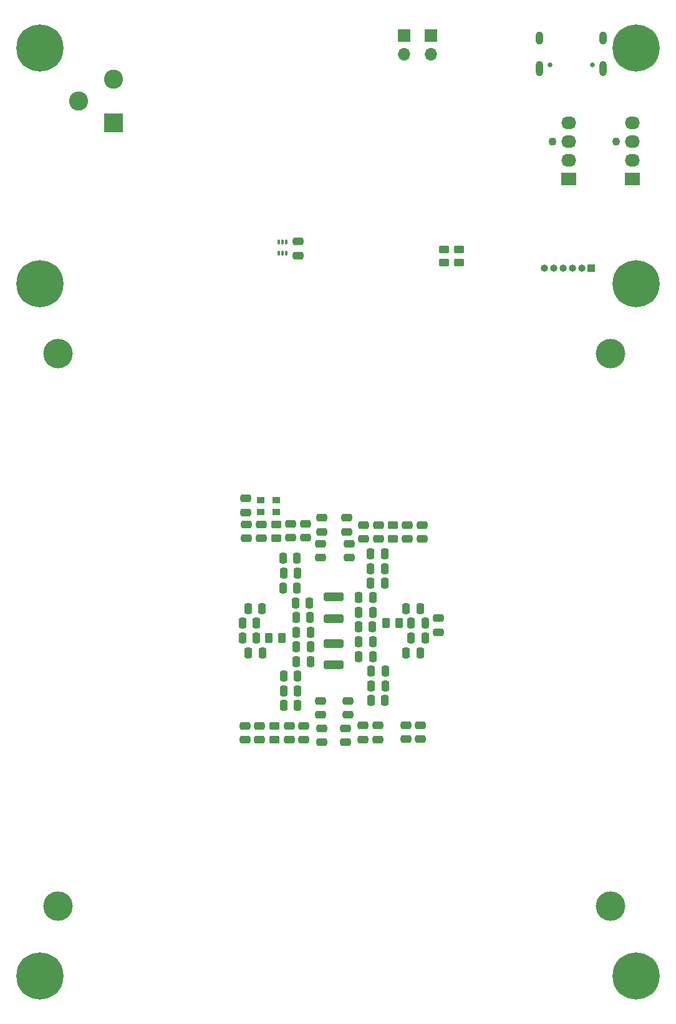
<source format=gbs>
G04 #@! TF.GenerationSoftware,KiCad,Pcbnew,7.0.7-7.0.7~ubuntu22.04.1*
G04 #@! TF.CreationDate,2024-03-04T08:54:28+01:00*
G04 #@! TF.ProjectId,qaxe,71617865-2e6b-4696-9361-645f70636258,rev?*
G04 #@! TF.SameCoordinates,Original*
G04 #@! TF.FileFunction,Soldermask,Bot*
G04 #@! TF.FilePolarity,Negative*
%FSLAX46Y46*%
G04 Gerber Fmt 4.6, Leading zero omitted, Abs format (unit mm)*
G04 Created by KiCad (PCBNEW 7.0.7-7.0.7~ubuntu22.04.1) date 2024-03-04 08:54:28*
%MOMM*%
%LPD*%
G01*
G04 APERTURE LIST*
G04 Aperture macros list*
%AMRoundRect*
0 Rectangle with rounded corners*
0 $1 Rounding radius*
0 $2 $3 $4 $5 $6 $7 $8 $9 X,Y pos of 4 corners*
0 Add a 4 corners polygon primitive as box body*
4,1,4,$2,$3,$4,$5,$6,$7,$8,$9,$2,$3,0*
0 Add four circle primitives for the rounded corners*
1,1,$1+$1,$2,$3*
1,1,$1+$1,$4,$5*
1,1,$1+$1,$6,$7*
1,1,$1+$1,$8,$9*
0 Add four rect primitives between the rounded corners*
20,1,$1+$1,$2,$3,$4,$5,0*
20,1,$1+$1,$4,$5,$6,$7,0*
20,1,$1+$1,$6,$7,$8,$9,0*
20,1,$1+$1,$8,$9,$2,$3,0*%
G04 Aperture macros list end*
%ADD10C,0.800000*%
%ADD11C,6.400000*%
%ADD12C,4.000000*%
%ADD13R,1.700000X1.700000*%
%ADD14O,1.700000X1.700000*%
%ADD15R,1.000000X1.000000*%
%ADD16O,1.000000X1.000000*%
%ADD17C,1.100000*%
%ADD18R,2.030000X1.730000*%
%ADD19O,2.030000X1.730000*%
%ADD20R,2.600000X2.600000*%
%ADD21C,2.600000*%
%ADD22C,0.650000*%
%ADD23O,1.000000X2.100000*%
%ADD24O,1.000000X1.800000*%
%ADD25RoundRect,0.250000X0.250000X0.475000X-0.250000X0.475000X-0.250000X-0.475000X0.250000X-0.475000X0*%
%ADD26RoundRect,0.250000X0.475000X-0.250000X0.475000X0.250000X-0.475000X0.250000X-0.475000X-0.250000X0*%
%ADD27RoundRect,0.250000X-0.475000X0.250000X-0.475000X-0.250000X0.475000X-0.250000X0.475000X0.250000X0*%
%ADD28RoundRect,0.250000X0.262500X0.450000X-0.262500X0.450000X-0.262500X-0.450000X0.262500X-0.450000X0*%
%ADD29RoundRect,0.250000X-0.262500X-0.450000X0.262500X-0.450000X0.262500X0.450000X-0.262500X0.450000X0*%
%ADD30RoundRect,0.250000X-0.250000X-0.475000X0.250000X-0.475000X0.250000X0.475000X-0.250000X0.475000X0*%
%ADD31RoundRect,0.250000X-0.450000X0.262500X-0.450000X-0.262500X0.450000X-0.262500X0.450000X0.262500X0*%
%ADD32R,1.000000X0.900000*%
%ADD33RoundRect,0.250000X1.100000X-0.325000X1.100000X0.325000X-1.100000X0.325000X-1.100000X-0.325000X0*%
%ADD34RoundRect,0.250000X0.450000X-0.262500X0.450000X0.262500X-0.450000X0.262500X-0.450000X-0.262500X0*%
%ADD35RoundRect,0.250000X-1.100000X0.325000X-1.100000X-0.325000X1.100000X-0.325000X1.100000X0.325000X0*%
%ADD36RoundRect,0.050000X0.100000X-0.285000X0.100000X0.285000X-0.100000X0.285000X-0.100000X-0.285000X0*%
G04 APERTURE END LIST*
D10*
X52600000Y-43000000D03*
X53302944Y-41302944D03*
X53302944Y-44697056D03*
X55000000Y-40600000D03*
D11*
X55000000Y-43000000D03*
D10*
X55000000Y-45400000D03*
X56697056Y-41302944D03*
X56697056Y-44697056D03*
X57400000Y-43000000D03*
D12*
X132500000Y-159500000D03*
D13*
X108100000Y-41325000D03*
D14*
X108100000Y-43865000D03*
D15*
X129875000Y-72900000D03*
D16*
X128605000Y-72900000D03*
X127335000Y-72900000D03*
X126065000Y-72900000D03*
X124795000Y-72900000D03*
X123525000Y-72900000D03*
D17*
X133303000Y-55740000D03*
D18*
X135463000Y-60820000D03*
D19*
X135463000Y-58280000D03*
X135463000Y-55740000D03*
X135463000Y-53200000D03*
D12*
X57500000Y-159500000D03*
D13*
X104500000Y-41325000D03*
D14*
X104500000Y-43865000D03*
D12*
X57500000Y-84500000D03*
D10*
X133600000Y-43000000D03*
X134302944Y-41302944D03*
X134302944Y-44697056D03*
X136000000Y-40600000D03*
D11*
X136000000Y-43000000D03*
D10*
X136000000Y-45400000D03*
X137697056Y-41302944D03*
X137697056Y-44697056D03*
X138400000Y-43000000D03*
D12*
X132500000Y-84500000D03*
D10*
X133600000Y-169000000D03*
X134302944Y-167302944D03*
X134302944Y-170697056D03*
X136000000Y-166600000D03*
D11*
X136000000Y-169000000D03*
D10*
X136000000Y-171400000D03*
X137697056Y-167302944D03*
X137697056Y-170697056D03*
X138400000Y-169000000D03*
X52600000Y-75000000D03*
X53302944Y-73302944D03*
X53302944Y-76697056D03*
X55000000Y-72600000D03*
D11*
X55000000Y-75000000D03*
D10*
X55000000Y-77400000D03*
X56697056Y-73302944D03*
X56697056Y-76697056D03*
X57400000Y-75000000D03*
D17*
X124667000Y-55740000D03*
D18*
X126827000Y-60820000D03*
D19*
X126827000Y-58280000D03*
X126827000Y-55740000D03*
X126827000Y-53200000D03*
D10*
X133600000Y-75000000D03*
X134302944Y-73302944D03*
X134302944Y-76697056D03*
X136000000Y-72600000D03*
D11*
X136000000Y-75000000D03*
D10*
X136000000Y-77400000D03*
X137697056Y-73302944D03*
X137697056Y-76697056D03*
X138400000Y-75000000D03*
D20*
X65000000Y-53200000D03*
D21*
X65000000Y-47200000D03*
X60300000Y-50200000D03*
D22*
X130090000Y-45305000D03*
X124310000Y-45305000D03*
D23*
X131520000Y-45805000D03*
D24*
X131520000Y-41625000D03*
D23*
X122880000Y-45805000D03*
D24*
X122880000Y-41625000D03*
D10*
X52600000Y-169000000D03*
X53302944Y-167302944D03*
X53302944Y-170697056D03*
X55000000Y-166600000D03*
D11*
X55000000Y-169000000D03*
D10*
X55000000Y-171400000D03*
X56697056Y-167302944D03*
X56697056Y-170697056D03*
X57400000Y-169000000D03*
D25*
X91760000Y-126310000D03*
X89860000Y-126310000D03*
X106650000Y-125100000D03*
X104750000Y-125100000D03*
D26*
X101000000Y-109650000D03*
X101000000Y-107750000D03*
X96500000Y-137250000D03*
X96500000Y-135350000D03*
D27*
X93300000Y-135350000D03*
X93300000Y-137250000D03*
D25*
X91650000Y-118325000D03*
X89750000Y-118325000D03*
D27*
X90043000Y-69281000D03*
X90043000Y-71181000D03*
X104900000Y-107750000D03*
X104900000Y-109650000D03*
D28*
X87925000Y-123100000D03*
X86100000Y-123100000D03*
D25*
X90000000Y-130270000D03*
X88100000Y-130270000D03*
D27*
X88875000Y-135000000D03*
X88875000Y-136900000D03*
D26*
X83100000Y-109575000D03*
X83100000Y-107675000D03*
D29*
X101987500Y-121100000D03*
X103812500Y-121100000D03*
D30*
X105450000Y-123100000D03*
X107350000Y-123100000D03*
X99920000Y-113670000D03*
X101820000Y-113670000D03*
X99950000Y-131600000D03*
X101850000Y-131600000D03*
X100000000Y-127600000D03*
X101900000Y-127600000D03*
X99920000Y-115670000D03*
X101820000Y-115670000D03*
D25*
X84450000Y-121100000D03*
X82550000Y-121100000D03*
D27*
X93100000Y-131650000D03*
X93100000Y-133550000D03*
D26*
X100900000Y-136875000D03*
X100900000Y-134975000D03*
X104700000Y-136850000D03*
X104700000Y-134950000D03*
X109100000Y-122300000D03*
X109100000Y-120400000D03*
D25*
X91700000Y-120325000D03*
X89800000Y-120325000D03*
D31*
X86875000Y-135037500D03*
X86875000Y-136862500D03*
D30*
X83300000Y-119100000D03*
X85200000Y-119100000D03*
D26*
X98900000Y-136875000D03*
X98900000Y-134975000D03*
D30*
X83350000Y-125100000D03*
X85250000Y-125100000D03*
D25*
X91750000Y-124325000D03*
X89850000Y-124325000D03*
D27*
X93300000Y-106800000D03*
X93300000Y-108700000D03*
D30*
X98310000Y-119610000D03*
X100210000Y-119610000D03*
D25*
X89950000Y-116300000D03*
X88050000Y-116300000D03*
X90000000Y-114300000D03*
X88100000Y-114300000D03*
D26*
X96900000Y-133550000D03*
X96900000Y-131650000D03*
D27*
X83000000Y-104175000D03*
X83000000Y-106075000D03*
D26*
X106900000Y-109650000D03*
X106900000Y-107750000D03*
D30*
X98310000Y-117630000D03*
X100210000Y-117630000D03*
D27*
X91100000Y-107575000D03*
X91100000Y-109475000D03*
D30*
X98310000Y-125610000D03*
X100210000Y-125610000D03*
D26*
X98990000Y-109650000D03*
X98990000Y-107750000D03*
D32*
X84975000Y-104425000D03*
X87125000Y-104425000D03*
X87125000Y-105975000D03*
X84975000Y-105975000D03*
D30*
X99920000Y-111670000D03*
X101820000Y-111670000D03*
X100000000Y-129600000D03*
X101900000Y-129600000D03*
D25*
X106650000Y-119100000D03*
X104750000Y-119100000D03*
D33*
X94900000Y-126775000D03*
X94900000Y-123825000D03*
D34*
X111900000Y-72162500D03*
X111900000Y-70337500D03*
X102930000Y-109612500D03*
X102930000Y-107787500D03*
D26*
X84875000Y-136900000D03*
X84875000Y-135000000D03*
D27*
X82875000Y-135000000D03*
X82875000Y-136900000D03*
D25*
X91750000Y-122325000D03*
X89850000Y-122325000D03*
D34*
X109900000Y-72162500D03*
X109900000Y-70337500D03*
D25*
X90000000Y-128270000D03*
X88100000Y-128270000D03*
D35*
X94900000Y-117525000D03*
X94900000Y-120475000D03*
D36*
X88500000Y-70844000D03*
X88000000Y-70844000D03*
X87500000Y-70844000D03*
X87500000Y-69364000D03*
X88000000Y-69364000D03*
X88500000Y-69364000D03*
D25*
X90000000Y-132270000D03*
X88100000Y-132270000D03*
X89950000Y-112300000D03*
X88050000Y-112300000D03*
D27*
X106700000Y-134950000D03*
X106700000Y-136850000D03*
D31*
X87100000Y-107725000D03*
X87100000Y-109550000D03*
D27*
X89100000Y-107575000D03*
X89100000Y-109475000D03*
X90875000Y-135000000D03*
X90875000Y-136900000D03*
D30*
X98310000Y-123610000D03*
X100210000Y-123610000D03*
D26*
X97000000Y-112200000D03*
X97000000Y-110300000D03*
D27*
X85100000Y-107675000D03*
X85100000Y-109575000D03*
D30*
X105450000Y-121100000D03*
X107350000Y-121100000D03*
D27*
X93100000Y-110300000D03*
X93100000Y-112200000D03*
D26*
X96700000Y-108700000D03*
X96700000Y-106800000D03*
D30*
X98260000Y-121610000D03*
X100160000Y-121610000D03*
D25*
X84450000Y-123100000D03*
X82550000Y-123100000D03*
M02*

</source>
